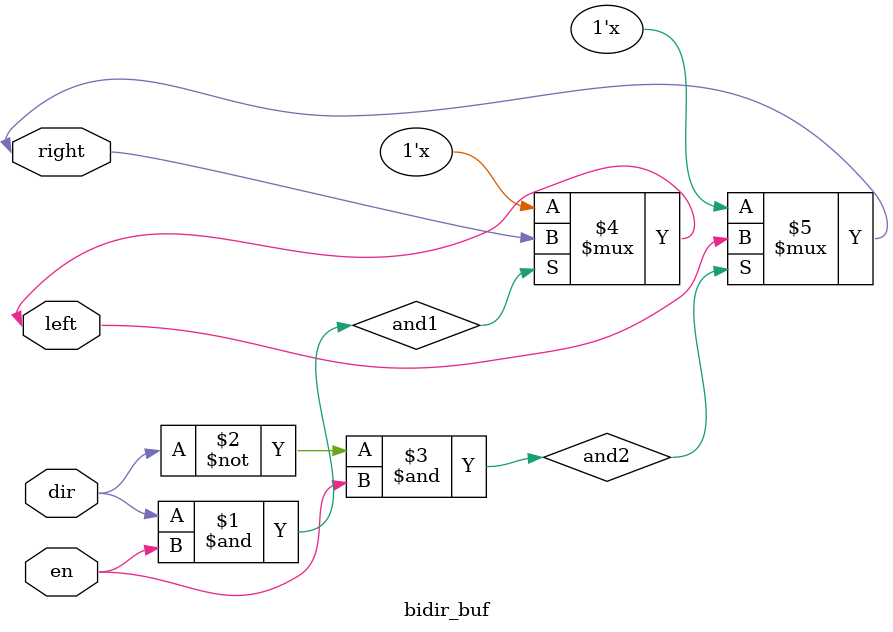
<source format=v>
module bidir_buf (
	inout left ,
	inout right,
	input dir  ,
	input en
);

	assign and1 = dir & en;
	assign and2 = ~dir & en;

	assign left  = and1?right:1'bz;
	assign right = and2?left:1'bz;

endmodule

</source>
